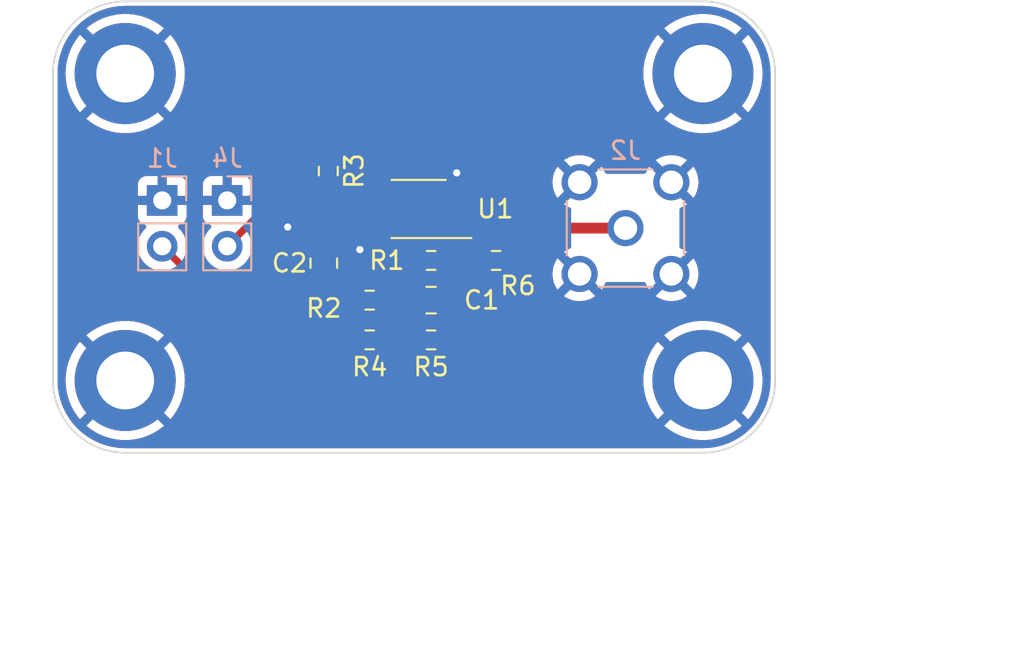
<source format=kicad_pcb>
(kicad_pcb (version 20221018) (generator pcbnew)
  (layers (0 "F.Cu" signal) (31 "B.Cu" signal) (34 "B.Paste" user) (35 "F.Paste" user) (36 "B.SilkS" user "B.Silkscreen") (37 "F.SilkS" user "F.Silkscreen") (38 "B.Mask" user) (39 "F.Mask" user) (44 "Edge.Cuts" user))
  (net 0 "")
  (net 1 "Net-(U1A-AIN-)")
  (net 2 "/AOUT")
  (net 3 "GND")
  (net 4 "+5V")
  (net 5 "/COUT")
  (net 6 "/REF")
  (net 7 "Net-(J2-In)")
  (net 8 "Net-(J4-Pin_2)")
  (footprint "Resistor_SMD:R_0603_1608Metric" (layer "F.Cu") (at 163.54375 87.75)
    (fp_text reference "R4" (at 0 1.5) (layer "F.SilkS"))
    (fp_text value "42k")
    (fp_line (start -0.237258 -0.5225) (end 0.237258 -0.5225) (stroke (width 0.12)) (layer "F.SilkS"))
    (fp_line (start -0.237258 0.5225) (end 0.237258 0.5225) (stroke (width 0.12)) (layer "F.SilkS"))
    (pad "1" smd roundrect (at -0.825 0) (size 0.8 0.95) (layers "F.Cu" "F.Paste" "F.Mask") (net 5 "/COUT"))
    (pad "2" smd roundrect (at 0.825 0) (size 0.8 0.95) (layers "F.Cu" "F.Paste" "F.Mask") (net 1 "Net-(U1A-AIN-)"))
  )
  (footprint "Resistor_SMD:R_0603_1608Metric" (layer "F.Cu") (at 166.94375 87.75)
    (fp_text reference "R5" (at 0 1.5) (layer "F.SilkS"))
    (fp_text value "1M")
    (fp_line (start -0.237258 -0.5225) (end 0.237258 -0.5225) (stroke (width 0.12)) (layer "F.SilkS"))
    (fp_line (start -0.237258 0.5225) (end 0.237258 0.5225) (stroke (width 0.12)) (layer "F.SilkS"))
    (pad "1" smd roundrect (at -0.825 0) (size 0.8 0.95) (layers "F.Cu" "F.Paste" "F.Mask") (net 1 "Net-(U1A-AIN-)"))
    (pad "2" smd roundrect (at 0.825 0) (size 0.8 0.95) (layers "F.Cu" "F.Paste" "F.Mask") (net 2 "/AOUT"))
  )
  (footprint "Resistor_SMD:R_0603_1608Metric" (layer "F.Cu") (at 161.25 78.4 -90)
    (fp_text reference "R3" (at 0 -1.43 -90) (layer "F.SilkS"))
    (fp_text value "66k")
    (fp_line (start -0.237258 -0.5225) (end 0.237258 -0.5225) (stroke (width 0.12)) (layer "F.SilkS"))
    (fp_line (start -0.237258 0.5225) (end 0.237258 0.5225) (stroke (width 0.12)) (layer "F.SilkS"))
    (pad "1" smd roundrect (at -0.825 0 270) (size 0.8 0.95) (layers "F.Cu" "F.Paste" "F.Mask") (net 3 "GND"))
    (pad "2" smd roundrect (at 0.825 0 270) (size 0.8 0.95) (layers "F.Cu" "F.Paste" "F.Mask") (net 8 "Net-(J4-Pin_2)"))
  )
  (footprint "MountingHole:MountingHole_3.2mm_M3_DIN965_Pad" (layer "F.Cu") (at 150 90)
    (fp_text reference "H4" hide)
    (fp_text value "MountingHole_Pad")
    (pad "1" thru_hole circle (at 0 0) (size 5.6 5.6) (drill 3.2) (layers "*.Cu" "*.Mask") (net 3 "GND"))
  )
  (footprint "Resistor_SMD:R_0603_1608Metric" (layer "F.Cu") (at 170.54375 83.35)
    (fp_text reference "R6" (at 1.20625 1.4) (layer "F.SilkS"))
    (fp_text value "50R")
    (fp_line (start -0.237258 -0.5225) (end 0.237258 -0.5225) (stroke (width 0.12)) (layer "F.SilkS"))
    (fp_line (start -0.237258 0.5225) (end 0.237258 0.5225) (stroke (width 0.12)) (layer "F.SilkS"))
    (pad "1" smd roundrect (at -0.825 0) (size 0.8 0.95) (layers "F.Cu" "F.Paste" "F.Mask") (net 2 "/AOUT"))
    (pad "2" smd roundrect (at 0.825 0) (size 0.8 0.95) (layers "F.Cu" "F.Paste" "F.Mask") (net 7 "Net-(J2-In)"))
  )
  (footprint "Resistor_SMD:R_0603_1608Metric" (layer "F.Cu") (at 163.54375 85.55 180)
    (fp_text reference "R2" (at 2.54375 -0.45 180) (layer "F.SilkS"))
    (fp_text value "154k")
    (fp_line (start -0.237258 -0.5225) (end 0.237258 -0.5225) (stroke (width 0.12)) (layer "F.SilkS"))
    (fp_line (start -0.237258 0.5225) (end 0.237258 0.5225) (stroke (width 0.12)) (layer "F.SilkS"))
    (pad "1" smd roundrect (at -0.825 0 180) (size 0.8 0.95) (layers "F.Cu" "F.Paste" "F.Mask") (net 8 "Net-(J4-Pin_2)"))
    (pad "2" smd roundrect (at 0.825 0 180) (size 0.8 0.95) (layers "F.Cu" "F.Paste" "F.Mask") (net 5 "/COUT"))
  )
  (footprint "MountingHole:MountingHole_3.2mm_M3_DIN965_Pad" (layer "F.Cu") (at 150 73)
    (fp_text reference "H1" hide)
    (fp_text value "MountingHole_Pad")
    (pad "1" thru_hole circle (at 0 0) (size 5.6 5.6) (drill 3.2) (layers "*.Cu" "*.Mask") (net 3 "GND"))
  )
  (footprint "Capacitor_SMD:C_0805_2012Metric" (layer "F.Cu") (at 166.94375 85.55)
    (fp_text reference "C1" (at 2.8 0) (layer "F.SilkS"))
    (fp_text value "220p")
    (fp_line (start -0.261252 -0.735) (end 0.261252 -0.735) (stroke (width 0.12)) (layer "F.SilkS"))
    (fp_line (start -0.261252 0.735) (end 0.261252 0.735) (stroke (width 0.12)) (layer "F.SilkS"))
    (pad "1" smd roundrect (at -0.95 0) (size 1 1.45) (layers "F.Cu" "F.Paste" "F.Mask") (net 1 "Net-(U1A-AIN-)"))
    (pad "2" smd roundrect (at 0.95 0) (size 1 1.45) (layers "F.Cu" "F.Paste" "F.Mask") (net 2 "/AOUT"))
  )
  (footprint "Capacitor_SMD:C_0805_2012Metric" (layer "F.Cu") (at 161 83.5 90)
    (fp_text reference "C2" (at 0 -1.9 180) (layer "F.SilkS"))
    (fp_text value "100n")
    (fp_line (start -0.261252 -0.735) (end 0.261252 -0.735) (stroke (width 0.12)) (layer "F.SilkS"))
    (fp_line (start -0.261252 0.735) (end 0.261252 0.735) (stroke (width 0.12)) (layer "F.SilkS"))
    (pad "1" smd roundrect (at -0.95 0 90) (size 1 1.45) (layers "F.Cu" "F.Paste" "F.Mask") (net 3 "GND"))
    (pad "2" smd roundrect (at 0.95 0 90) (size 1 1.45) (layers "F.Cu" "F.Paste" "F.Mask") (net 4 "+5V"))
  )
  (footprint "MountingHole:MountingHole_3.2mm_M3_DIN965_Pad" (layer "F.Cu") (at 182 90)
    (fp_text reference "H3" hide)
    (fp_text value "MountingHole_Pad")
    (pad "1" thru_hole circle (at 0 0) (size 5.6 5.6) (drill 3.2) (layers "*.Cu" "*.Mask") (net 3 "GND"))
  )
  (footprint "MountingHole:MountingHole_3.2mm_M3_DIN965_Pad" (layer "F.Cu") (at 182 73)
    (fp_text reference "H2" hide)
    (fp_text value "MountingHole_Pad")
    (pad "1" thru_hole circle (at 0 0) (size 5.6 5.6) (drill 3.2) (layers "*.Cu" "*.Mask") (net 3 "GND"))
  )
  (footprint "Resistor_SMD:R_0603_1608Metric" (layer "F.Cu") (at 166.94375 83.35)
    (fp_text reference "R1" (at -2.45 0) (layer "F.SilkS"))
    (fp_text value "124k")
    (fp_line (start -0.237258 -0.5225) (end 0.237258 -0.5225) (stroke (width 0.12)) (layer "F.SilkS"))
    (fp_line (start -0.237258 0.5225) (end 0.237258 0.5225) (stroke (width 0.12)) (layer "F.SilkS"))
    (pad "1" smd roundrect (at -0.825 0) (size 0.8 0.95) (layers "F.Cu" "F.Paste" "F.Mask") (net 8 "Net-(J4-Pin_2)"))
    (pad "2" smd roundrect (at 0.825 0) (size 0.8 0.95) (layers "F.Cu" "F.Paste" "F.Mask") (net 2 "/AOUT"))
  )
  (footprint "Package_SO:MSOP-8_3x3mm_P0.65mm" (layer "F.Cu") (at 166.25 80.5 180)
    (fp_text reference "U1" (at -4.25 0 180) (layer "F.SilkS"))
    (fp_text value "MAX9000")
    (fp_line (start 0 -1.61) (end -2.925 -1.61) (stroke (width 0.12)) (layer "F.SilkS"))
    (fp_line (start 0 -1.61) (end 1.5 -1.61) (stroke (width 0.12)) (layer "F.SilkS"))
    (fp_line (start 0 1.61) (end -1.5 1.61) (stroke (width 0.12)) (layer "F.SilkS"))
    (fp_line (start 0 1.61) (end 1.5 1.61) (stroke (width 0.12)) (layer "F.SilkS"))
    (pad "1" smd roundrect (at -2.1125 -0.975 180) (size 1.625 0.4) (layers "F.Cu" "F.Paste" "F.Mask") (net 2 "/AOUT"))
    (pad "2" smd roundrect (at -2.1125 -0.325 180) (size 1.625 0.4) (layers "F.Cu" "F.Paste" "F.Mask") (net 1 "Net-(U1A-AIN-)"))
    (pad "3" smd roundrect (at -2.1125 0.325 180) (size 1.625 0.4) (layers "F.Cu" "F.Paste" "F.Mask") (net 6 "/REF"))
    (pad "4" smd roundrect (at -2.1125 0.975 180) (size 1.625 0.4) (layers "F.Cu" "F.Paste" "F.Mask") (net 3 "GND"))
    (pad "5" smd roundrect (at 2.1125 0.975 180) (size 1.625 0.4) (layers "F.Cu" "F.Paste" "F.Mask") (net 6 "/REF"))
    (pad "6" smd roundrect (at 2.1125 0.325 180) (size 1.625 0.4) (layers "F.Cu" "F.Paste" "F.Mask") (net 8 "Net-(J4-Pin_2)"))
    (pad "7" smd roundrect (at 2.1125 -0.325 180) (size 1.625 0.4) (layers "F.Cu" "F.Paste" "F.Mask") (net 5 "/COUT"))
    (pad "8" smd roundrect (at 2.1125 -0.975 180) (size 1.625 0.4) (layers "F.Cu" "F.Paste" "F.Mask") (net 4 "+5V"))
  )
  (footprint "Connector_PinHeader_2.54mm:PinHeader_1x02_P2.54mm_Vertical" (layer "B.Cu") (at 152.05 80.025 180)
    (fp_text reference "J1" (at 0 2.33) (layer "B.SilkS") (effects (justify mirror)))
    (fp_text value "Vin")
    (fp_line (start -1.33 -3.87) (end 1.33 -3.87) (stroke (width 0.12)) (layer "B.SilkS"))
    (fp_line (start -1.33 -1.27) (end -1.33 -3.87) (stroke (width 0.12)) (layer "B.SilkS"))
    (fp_line (start -1.33 -1.27) (end 1.33 -1.27) (stroke (width 0.12)) (layer "B.SilkS"))
    (fp_line (start -1.33 0) (end -1.33 1.33) (stroke (width 0.12)) (layer "B.SilkS"))
    (fp_line (start -1.33 1.33) (end 0 1.33) (stroke (width 0.12)) (layer "B.SilkS"))
    (fp_line (start 1.33 -1.27) (end 1.33 -3.87) (stroke (width 0.12)) (layer "B.SilkS"))
    (pad "1" thru_hole rect (at 0 0 180) (size 1.7 1.7) (drill 1) (layers "*.Cu" "*.Mask") (net 3 "GND"))
    (pad "2" thru_hole oval (at 0 -2.54 180) (size 1.7 1.7) (drill 1) (layers "*.Cu" "*.Mask") (net 4 "+5V"))
  )
  (footprint "PhysikIIIA:Connector_TE_MCX_1060984-1" (layer "B.Cu") (at 177.71 81.56 180)
    (fp_text reference "J2" (at 0 4.3 unlocked) (layer "B.SilkS") (effects (justify mirror)))
    (fp_text value "out")
    (fp_line (start -3.25 1.5) (end -3.25 -1.5) (stroke (width 0.12)) (layer "B.SilkS"))
    (fp_line (start -1.5 -3.25) (end 1.5 -3.25) (stroke (width 0.12)) (layer "B.SilkS"))
    (fp_line (start -1.5 3.25) (end 1.5 3.25) (stroke (width 0.12)) (layer "B.SilkS"))
    (fp_line (start 3.25 1.5) (end 3.25 -1.5) (stroke (width 0.12)) (layer "B.SilkS"))
    (pad "1" thru_hole circle (at 0 0 180) (size 2 2) (drill 1.3) (layers "*.Cu" "*.Mask") (net 7 "Net-(J2-In)"))
    (pad "2" thru_hole circle (at -2.54 -2.54 180) (size 2 2) (drill 1.3) (layers "*.Cu" "*.Mask") (net 3 "GND"))
    (pad "2" thru_hole circle (at -2.54 2.54 180) (size 2 2) (drill 1.3) (layers "*.Cu" "*.Mask") (net 3 "GND"))
    (pad "2" thru_hole circle (at 2.54 -2.54 180) (size 2 2) (drill 1.3) (layers "*.Cu" "*.Mask") (net 3 "GND"))
    (pad "2" thru_hole circle (at 2.54 2.54 180) (size 2 2) (drill 1.3) (layers "*.Cu" "*.Mask") (net 3 "GND"))
  )
  (footprint "Connector_PinHeader_2.54mm:PinHeader_1x02_P2.54mm_Vertical" (layer "B.Cu") (at 155.65 80.025 180)
    (fp_text reference "J4" (at 0 2.33) (layer "B.SilkS") (effects (justify mirror)))
    (fp_text value "StartStop")
    (fp_line (start -1.33 -3.87) (end 1.33 -3.87) (stroke (width 0.12)) (layer "B.SilkS"))
    (fp_line (start -1.33 -1.27) (end -1.33 -3.87) (stroke (width 0.12)) (layer "B.SilkS"))
    (fp_line (start -1.33 -1.27) (end 1.33 -1.27) (stroke (width 0.12)) (layer "B.SilkS"))
    (fp_line (start -1.33 0) (end -1.33 1.33) (stroke (width 0.12)) (layer "B.SilkS"))
    (fp_line (start -1.33 1.33) (end 0 1.33) (stroke (width 0.12)) (layer "B.SilkS"))
    (fp_line (start 1.33 -1.27) (end 1.33 -3.87) (stroke (width 0.12)) (layer "B.SilkS"))
    (pad "1" thru_hole rect (at 0 0 180) (size 1.7 1.7) (drill 1) (layers "*.Cu" "*.Mask") (net 3 "GND"))
    (pad "2" thru_hole oval (at 0 -2.54 180) (size 1.7 1.7) (drill 1) (layers "*.Cu" "*.Mask") (net 8 "Net-(J4-Pin_2)"))
  )
  (gr_arc (start 150 94) (mid 147.171573 92.828427) (end 146 90) (stroke (width 0.1)) (layer "Edge.Cuts"))
  (gr_arc (start 146 73) (mid 147.171573 70.171573) (end 150 69) (stroke (width 0.1)) (layer "Edge.Cuts"))
  (gr_line (start 182 94) (end 150 94) (stroke (width 0.1)) (layer "Edge.Cuts"))
  (gr_line (start 186 73) (end 186 90) (stroke (width 0.1)) (layer "Edge.Cuts"))
  (gr_line (start 146 90) (end 146 73) (stroke (width 0.1)) (layer "Edge.Cuts"))
  (gr_arc (start 186 90) (mid 184.828427 92.828427) (end 182 94) (stroke (width 0.1)) (layer "Edge.Cuts"))
  (gr_line (start 150 69) (end 182 69) (stroke (width 0.1)) (layer "Edge.Cuts"))
  (gr_arc (start 182 69) (mid 184.828427 70.171573) (end 186 73) (stroke (width 0.1)) (layer "Edge.Cuts"))
  (gr_text "MAX9000\nTriangle Generator" (at 166 72.7) (layer "F.Cu" knockout) (effects (font (size 1.5 1.5) (thickness 0.3) bold)))
  (gr_text "2023-10-11 cpresser" (at 154 92.5) (layer "F.Cu" knockout) (effects (font (size 1.4 1.4) (thickness 0.3) bold) (justify left bottom)))
  (segment (start 166.94375 84.55) (end 166.94375 81.30625) (width 0.4) (layer "F.Cu") (net 1))
  (segment (start 165.99375 85.5) (end 165.99375 85.55) (width 0.4) (layer "F.Cu") (net 1))
  (segment (start 165.99375 85.55) (end 165.99375 87.7125) (width 0.4) (layer "F.Cu") (net 1))
  (segment (start 166.56875 84.925) (end 166.94375 84.55) (width 0.4) (layer "F.Cu") (net 1))
  (segment (start 166.56875 84.925) (end 166.91875 84.575) (width 0.4) (layer "F.Cu") (net 1))
  (segment (start 166.03125 87.75) (end 164.45625 87.75) (width 0.4) (layer "F.Cu") (net 1))
  (segment (start 167.425 80.825) (end 168.3625 80.825) (width 0.4) (layer "F.Cu") (net 1))
  (segment (start 166.56875 84.925) (end 165.99375 85.5) (width 0.4) (layer "F.Cu") (net 1))
  (segment (start 166.94375 81.30625) (end 167.425 80.825) (width 0.4) (layer "F.Cu") (net 1))
  (segment (start 165.99375 87.7125) (end 166.03125 87.75) (width 0.4) (layer "F.Cu") (net 1))
  (segment (start 167.85625 83.35) (end 169.63125 83.35) (width 0.4) (layer "F.Cu") (net 2))
  (segment (start 167.85625 87.75) (end 167.85625 83.35) (width 0.4) (layer "F.Cu") (net 2))
  (segment (start 167.85625 83.2625) (end 167.76875 83.35) (width 0.25) (layer "F.Cu") (net 2))
  (segment (start 167.76875 81.73125) (end 168.025 81.475) (width 0.25) (layer "F.Cu") (net 2))
  (segment (start 168.025 81.475) (end 168.3625 81.475) (width 0.25) (layer "F.Cu") (net 2))
  (segment (start 167.76875 83.35) (end 167.76875 81.73125) (width 0.25) (layer "F.Cu") (net 2))
  (segment (start 158.1 77.575) (end 161.25 77.575) (width 0.25) (layer "F.Cu") (net 3))
  (segment (start 168.3625 78.5) (end 168.3625 79.525) (width 0.25) (layer "F.Cu") (net 3))
  (segment (start 157.9625 77.7125) (end 157.5 78.175) (width 0.5) (layer "F.Cu") (net 3))
  (segment (start 157.5 78.175) (end 157.5 79.5) (width 0.5) (layer "F.Cu") (net 3))
  (segment (start 167.3625 77.5) (end 161.325 77.5) (width 0.25) (layer "F.Cu") (net 3))
  (segment (start 156.975 80.025) (end 155.65 80.025) (width 0.5) (layer "F.Cu") (net 3))
  (segment (start 168.3625 78.5) (end 167.3625 77.5) (width 0.25) (layer "F.Cu") (net 3))
  (segment (start 152.05 80.025) (end 155.65 80.025) (width 0.4) (layer "F.Cu") (net 3))
  (segment (start 157.9625 77.7125) (end 158.1 77.575) (width 0.25) (layer "F.Cu") (net 3))
  (segment (start 157.5 79.5) (end 156.975 80.025) (width 0.5) (layer "F.Cu") (net 3))
  (segment (start 161.325 77.5) (end 161.25 77.575) (width 0.25) (layer "F.Cu") (net 3))
  (via (at 163 82.75) (size 0.8) (drill 0.4) (layers "F.Cu" "B.Cu") (net 3))
  (via (at 168.3625 78.5) (size 0.8) (drill 0.4) (layers "F.Cu" "B.Cu") (net 3))
  (via (at 159 81.5) (size 0.8) (drill 0.4) (layers "F.Cu" "B.Cu") (net 3))
  (segment (start 162.525 81.475) (end 164.1375 81.475) (width 0.25) (layer "F.Cu") (net 4))
  (segment (start 154.585 85.1) (end 158.25 85.1) (width 0.4) (layer "F.Cu") (net 4))
  (segment (start 161.25 82.55) (end 161.45 82.55) (width 0.25) (layer "F.Cu") (net 4))
  (segment (start 161.395 82.405) (end 161.25 82.55) (width 0.25) (layer "F.Cu") (net 4))
  (segment (start 160.8 82.55) (end 161.25 82.55) (width 0.4) (layer "F.Cu") (net 4))
  (segment (start 158.25 85.1) (end 160.8 82.55) (width 0.4) (layer "F.Cu") (net 4))
  (segment (start 161.45 82.55) (end 162.525 81.475) (width 0.25) (layer "F.Cu") (net 4))
  (segment (start 152.05 82.565) (end 154.585 85.1) (width 0.4) (layer "F.Cu") (net 4))
  (segment (start 162.71875 85.103125) (end 165.5 82.321875) (width 0.25) (layer "F.Cu") (net 5))
  (segment (start 165.075 80.825) (end 164.1375 80.825) (width 0.25) (layer "F.Cu") (net 5))
  (segment (start 162.71875 85.55) (end 162.63125 85.6375) (width 0.4) (layer "F.Cu") (net 5))
  (segment (start 162.71875 85.55) (end 162.71875 85.103125) (width 0.25) (layer "F.Cu") (net 5))
  (segment (start 165.5 82.321875) (end 165.5 81.25) (width 0.25) (layer "F.Cu") (net 5))
  (segment (start 165.5 81.25) (end 165.075 80.825) (width 0.25) (layer "F.Cu") (net 5))
  (segment (start 162.63125 85.6375) (end 162.63125 87.75) (width 0.4) (layer "F.Cu") (net 5))
  (segment (start 164.1375 79.525) (end 166.275 79.525) (width 0.25) (layer "F.Cu") (net 6))
  (segment (start 166.275 79.525) (end 166.925 80.175) (width 0.25) (layer "F.Cu") (net 6))
  (segment (start 166.925 80.175) (end 168.3625 80.175) (width 0.25) (layer "F.Cu") (net 6))
  (segment (start 177.71 81.56) (end 173.15875 81.56) (width 0.6) (layer "F.Cu") (net 7))
  (segment (start 173.15875 81.56) (end 171.36875 83.35) (width 0.6) (layer "F.Cu") (net 7))
  (segment (start 171.45625 83.35) (end 171.45625 83.2375) (width 0.6) (layer "F.Cu") (net 7))
  (segment (start 164.45625 85.55) (end 164.45625 84.4375) (width 0.4) (layer "F.Cu") (net 8))
  (segment (start 166.25 83.21875) (end 166.11875 83.35) (width 0.25) (layer "F.Cu") (net 8))
  (segment (start 158.04 80.175) (end 161.25 80.175) (width 0.25) (layer "F.Cu") (net 8))
  (segment (start 164.45625 84.4375) (end 165.54375 83.35) (width 0.4) (layer "F.Cu") (net 8))
  (segment (start 161.25 79.225) (end 161.25 80.175) (width 0.25) (layer "F.Cu") (net 8))
  (segment (start 166.25 80.75) (end 166.25 83.21875) (width 0.25) (layer "F.Cu") (net 8))
  (segment (start 157.9825 80.2325) (end 158.04 80.175) (width 0.25) (layer "F.Cu") (net 8))
  (segment (start 164.1375 80.175) (end 165.675 80.175) (width 0.25) (layer "F.Cu") (net 8))
  (segment (start 165.675 80.175) (end 166.25 80.75) (width 0.25) (layer "F.Cu") (net 8))
  (segment (start 161.25 80.175) (end 164.1375 80.175) (width 0.25) (layer "F.Cu") (net 8))
  (segment (start 165.49375 83.3) (end 165.54375 83.35) (width 0.25) (layer "F.Cu") (net 8))
  (segment (start 165.54375 83.35) (end 166.03125 83.35) (width 0.4) (layer "F.Cu") (net 8))
  (segment (start 157.9825 80.2325) (end 155.65 82.565) (width 0.4) (layer "F.Cu") (net 8))
  (zone (net 0) (net_name "") (layers "F&B.Cu") (connect_pads (clearance 0)) (min_thickness 0.25)
    (keepout (tracks allowed) (vias allowed) (pads allowed) (copperpour not_allowed) (footprints allowed))
    (fill (thermal_gap 0.5) (thermal_bridge_width 0.5))
    (polygon (pts (xy 174.7 78.55) (xy 180.7 78.55) (xy 180.7 84.55) (xy 174.7 84.55)))
  )
  (zone (net 3) (net_name "GND") (layers "F&B.Cu") (connect_pads (clearance 0.5)) (min_thickness 0.25) (fill yes (thermal_gap 0.5) (thermal_bridge_width 0.5))
    (polygon (pts (xy 146 69) (xy 186 69) (xy 186 94) (xy 146 94) (xy 146 92)))
  )
)
</source>
